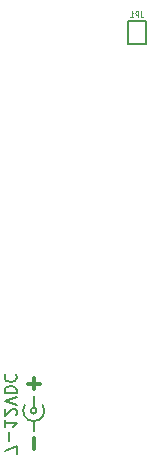
<source format=gbo>
G04 (created by PCBNEW (2013-07-07 BZR 4022)-stable) date Sun 28 Jul 2013 12:26:32 PM NZST*
%MOIN*%
G04 Gerber Fmt 3.4, Leading zero omitted, Abs format*
%FSLAX34Y34*%
G01*
G70*
G90*
G04 APERTURE LIST*
%ADD10C,0.00590551*%
%ADD11C,0.008*%
%ADD12C,0.011811*%
%ADD13C,0.005*%
%ADD14C,0.0045*%
G04 APERTURE END LIST*
G54D10*
G54D11*
X11038Y-29733D02*
X11038Y-29466D01*
X10638Y-29638D01*
X10790Y-29314D02*
X10790Y-29009D01*
X10638Y-28609D02*
X10638Y-28838D01*
X10638Y-28723D02*
X11038Y-28723D01*
X10980Y-28761D01*
X10942Y-28799D01*
X10923Y-28838D01*
X11000Y-28457D02*
X11019Y-28438D01*
X11038Y-28399D01*
X11038Y-28304D01*
X11019Y-28266D01*
X11000Y-28247D01*
X10961Y-28228D01*
X10923Y-28228D01*
X10866Y-28247D01*
X10638Y-28476D01*
X10638Y-28228D01*
X11038Y-28114D02*
X10638Y-27980D01*
X11038Y-27847D01*
X10638Y-27714D02*
X11038Y-27714D01*
X11038Y-27619D01*
X11019Y-27561D01*
X10980Y-27523D01*
X10942Y-27504D01*
X10866Y-27485D01*
X10809Y-27485D01*
X10733Y-27504D01*
X10695Y-27523D01*
X10657Y-27561D01*
X10638Y-27619D01*
X10638Y-27714D01*
X10676Y-27085D02*
X10657Y-27104D01*
X10638Y-27161D01*
X10638Y-27200D01*
X10657Y-27257D01*
X10695Y-27295D01*
X10733Y-27314D01*
X10809Y-27333D01*
X10866Y-27333D01*
X10942Y-27314D01*
X10980Y-27295D01*
X11019Y-27257D01*
X11038Y-27200D01*
X11038Y-27161D01*
X11019Y-27104D01*
X11000Y-27085D01*
G54D12*
X11611Y-29209D02*
X11611Y-29590D01*
X11611Y-27209D02*
X11611Y-27590D01*
X11802Y-27400D02*
X11421Y-27400D01*
G54D13*
X14742Y-15314D02*
X14742Y-16091D01*
X14742Y-16091D02*
X15343Y-16091D01*
X15343Y-16091D02*
X15343Y-15314D01*
X15343Y-15314D02*
X14742Y-15314D01*
G54D10*
X11600Y-28654D02*
X11600Y-28988D01*
X11600Y-28201D02*
X11600Y-27807D01*
X11698Y-28300D02*
G75*
G03X11698Y-28300I-98J0D01*
G74*
G01*
X11899Y-28110D02*
G75*
G02X11304Y-28103I-299J-189D01*
G74*
G01*
G54D14*
X15180Y-14991D02*
X15180Y-15134D01*
X15188Y-15163D01*
X15205Y-15182D01*
X15231Y-15191D01*
X15248Y-15191D01*
X15094Y-15191D02*
X15094Y-14991D01*
X15025Y-14991D01*
X15008Y-15001D01*
X15000Y-15011D01*
X14991Y-15030D01*
X14991Y-15058D01*
X15000Y-15077D01*
X15008Y-15087D01*
X15025Y-15096D01*
X15094Y-15096D01*
X14820Y-15191D02*
X14922Y-15191D01*
X14871Y-15191D02*
X14871Y-14991D01*
X14888Y-15020D01*
X14905Y-15039D01*
X14922Y-15049D01*
M02*

</source>
